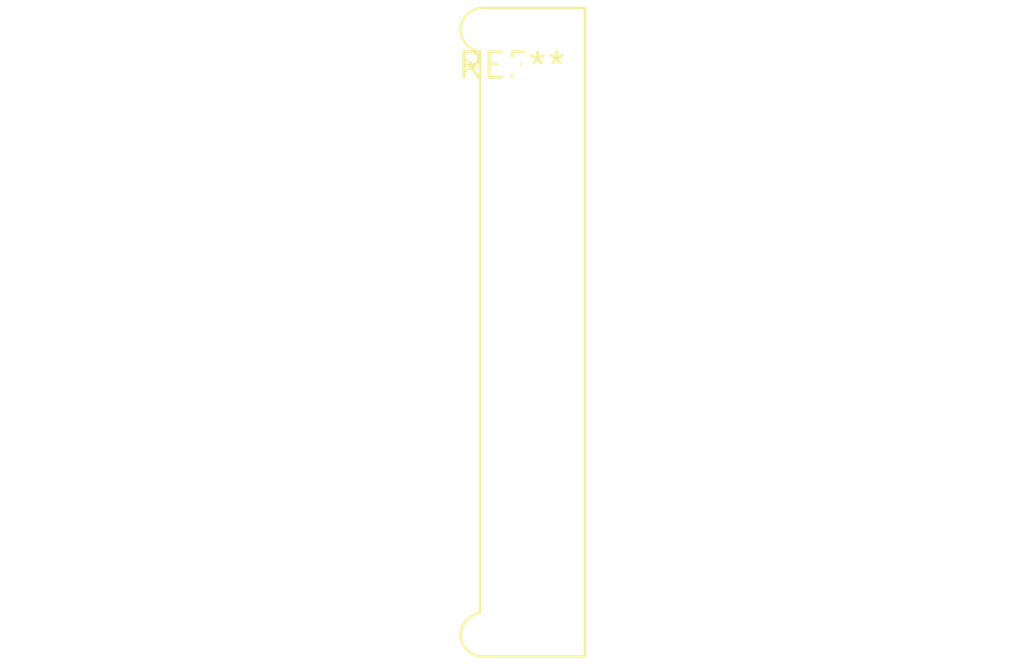
<source format=kicad_pcb>
(kicad_pcb (version 20240108) (generator pcbnew)
  (layers (0 "F.Cu" signal) (31 "B.Cu" signal) (34 "B.Paste" user) (35 "F.Paste" user) (36 "B.SilkS" user "B.Silkscreen") (37 "F.SilkS" user "F.Silkscreen") (38 "B.Mask" user) (39 "F.Mask" user) (44 "Edge.Cuts" user))
  (net 0 "")
  (footprint "Molex_Picoflex_90325-0022_2x11_P1.27mm_Vertical" (layer "F.Cu") (at 0 0)
    (property "Reference" "REF**")
    (property "Value" "Molex_Picoflex_90325-0022_2x11_P1.27mm_Vertical")
    (fp_line (start -2.38 -0.3) (end -2.38 0.3) (layer "F.SilkS") (stroke (width 0.12)))
    (fp_line (start -2.38 0.3) (end -1.78 0) (layer "F.SilkS") (stroke (width 0.12)))
    (fp_line (start -1.78 0) (end -2.38 -0.3) (layer "F.SilkS") (stroke (width 0.12)))
    (fp_line (start -1.61 -0.715) (end -1.61 27.385) (layer "F.SilkS") (stroke (width 0.12)))
    (fp_line (start -1.48 -2.885) (end 3.65 -2.885) (layer "F.SilkS") (stroke (width 0.12)))
    (fp_line (start 3.65 -2.885) (end 3.65 29.555) (layer "F.SilkS") (stroke (width 0.12)))
    (fp_line (start 3.65 29.555) (end -1.48 29.555) (layer "F.SilkS") (stroke (width 0.12)))
    (fp_arc (start -1.61 -0.72) (mid -2.56 -1.93) (end -1.35 -2.88) (layer "F.SilkS") (stroke (width 0.12)))
    (fp_arc (start -1.47 29.555) (mid -2.56 28.574526) (end -1.678256 27.40322) (layer "F.SilkS") (stroke (width 0.12)))
    (pad "" np_thru_hole circle (at -1.48 -1.8) (size 1.5 1.5) (drill 1.5) (layers *.Cu *.Mask))
    (pad "" np_thru_hole circle (at -1.48 28.47) (size 1.5 1.5) (drill 1.5) (layers *.Cu *.Mask))
    (pad "1" thru_hole roundrect (at 0 0) (size 1.8 1.3) (drill 0.8) (layers *.Cu *.Mask) (remove_unused_layers) (roundrect_rratio 0.192308))
    (pad "2" thru_hole oval (at 2.54 1.27) (size 1.8 1.3) (drill 0.8) (layers *.Cu *.Mask) (remove_unused_layers))
    (pad "3" thru_hole oval (at 0 2.54) (size 1.8 1.3) (drill 0.8) (layers *.Cu *.Mask) (remove_unused_layers))
    (pad "4" thru_hole oval (at 2.54 3.81) (size 1.8 1.3) (drill 0.8) (layers *.Cu *.Mask) (remove_unused_layers))
    (pad "5" thru_hole oval (at 0 5.08) (size 1.8 1.3) (drill 0.8) (layers *.Cu *.Mask) (remove_unused_layers))
    (pad "6" thru_hole oval (at 2.54 6.35) (size 1.8 1.3) (drill 0.8) (layers *.Cu *.Mask) (remove_unused_layers))
    (pad "7" thru_hole oval (at 0 7.62) (size 1.8 1.3) (drill 0.8) (layers *.Cu *.Mask) (remove_unused_layers))
    (pad "8" thru_hole oval (at 2.54 8.89) (size 1.8 1.3) (drill 0.8) (layers *.Cu *.Mask) (remove_unused_layers))
    (pad "9" thru_hole oval (at 0 10.16) (size 1.8 1.3) (drill 0.8) (layers *.Cu *.Mask) (remove_unused_layers))
    (pad "10" thru_hole oval (at 2.54 11.43) (size 1.8 1.3) (drill 0.8) (layers *.Cu *.Mask) (remove_unused_layers))
    (pad "11" thru_hole oval (at 0 12.7) (size 1.8 1.3) (drill 0.8) (layers *.Cu *.Mask) (remove_unused_layers))
    (pad "12" thru_hole oval (at 2.54 13.97) (size 1.8 1.3) (drill 0.8) (layers *.Cu *.Mask) (remove_unused_layers))
    (pad "13" thru_hole oval (at 0 15.24) (size 1.8 1.3) (drill 0.8) (layers *.Cu *.Mask) (remove_unused_layers))
    (pad "14" thru_hole oval (at 2.54 16.51) (size 1.8 1.3) (drill 0.8) (layers *.Cu *.Mask) (remove_unused_layers))
    (pad "15" thru_hole oval (at 0 17.78) (size 1.8 1.3) (drill 0.8) (layers *.Cu *.Mask) (remove_unused_layers))
    (pad "16" thru_hole oval (at 2.54 19.05) (size 1.8 1.3) (drill 0.8) (layers *.Cu *.Mask) (remove_unused_layers))
    (pad "17" thru_hole oval (at 0 20.32) (size 1.8 1.3) (drill 0.8) (layers *.Cu *.Mask) (remove_unused_layers))
    (pad "18" thru_hole oval (at 2.54 21.59) (size 1.8 1.3) (drill 0.8) (layers *.Cu *.Mask) (remove_unused_layers))
    (pad "19" thru_hole oval (at 0 22.86) (size 1.8 1.3) (drill 0.8) (layers *.Cu *.Mask) (remove_unused_layers))
    (pad "20" thru_hole oval (at 2.54 24.13) (size 1.8 1.3) (drill 0.8) (layers *.Cu *.Mask) (remove_unused_layers))
    (pad "21" thru_hole oval (at 0 25.4) (size 1.8 1.3) (drill 0.8) (layers *.Cu *.Mask) (remove_unused_layers))
    (pad "22" thru_hole oval (at 2.54 26.67) (size 1.8 1.3) (drill 0.8) (layers *.Cu *.Mask) (remove_unused_layers))
  )
)
</source>
